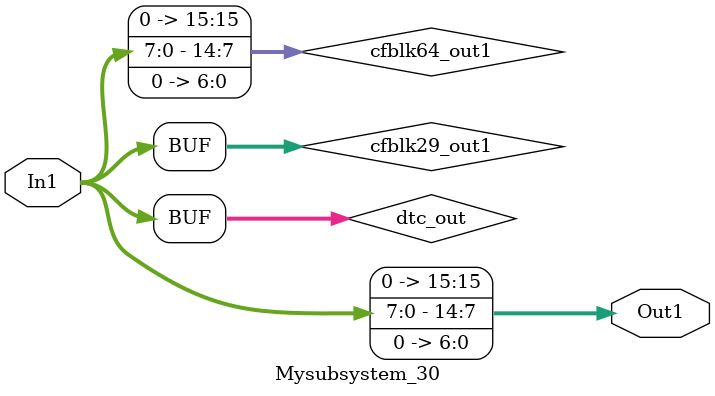
<source format=v>



`timescale 1 ns / 1 ns

module Mysubsystem_30
          (In1,
           Out1);


  input   [7:0] In1;  // uint8
  output  [15:0] Out1;  // ufix16_En7


  wire [7:0] dtc_out;  // ufix8
  wire [7:0] cfblk29_out1;  // uint8
  wire [15:0] cfblk64_out1;  // ufix16_En7


  assign dtc_out = In1;



  assign cfblk29_out1 = dtc_out;



  assign cfblk64_out1 = {1'b0, {cfblk29_out1, 7'b0000000}};



  assign Out1 = cfblk64_out1;

endmodule  // Mysubsystem_30


</source>
